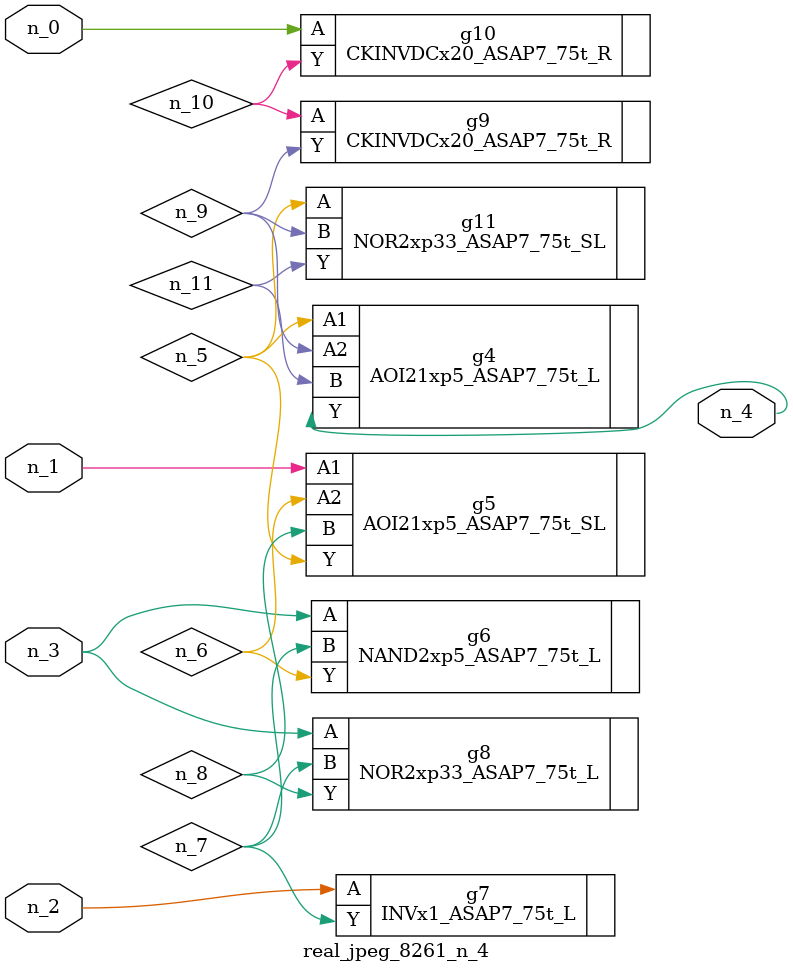
<source format=v>
module real_jpeg_8261_n_4 (n_3, n_1, n_0, n_2, n_4);

input n_3;
input n_1;
input n_0;
input n_2;

output n_4;

wire n_5;
wire n_8;
wire n_11;
wire n_6;
wire n_7;
wire n_10;
wire n_9;

CKINVDCx20_ASAP7_75t_R g10 ( 
.A(n_0),
.Y(n_10)
);

AOI21xp5_ASAP7_75t_SL g5 ( 
.A1(n_1),
.A2(n_6),
.B(n_8),
.Y(n_5)
);

INVx1_ASAP7_75t_L g7 ( 
.A(n_2),
.Y(n_7)
);

NAND2xp5_ASAP7_75t_L g6 ( 
.A(n_3),
.B(n_7),
.Y(n_6)
);

NOR2xp33_ASAP7_75t_L g8 ( 
.A(n_3),
.B(n_7),
.Y(n_8)
);

AOI21xp5_ASAP7_75t_L g4 ( 
.A1(n_5),
.A2(n_9),
.B(n_11),
.Y(n_4)
);

NOR2xp33_ASAP7_75t_SL g11 ( 
.A(n_5),
.B(n_9),
.Y(n_11)
);

CKINVDCx20_ASAP7_75t_R g9 ( 
.A(n_10),
.Y(n_9)
);


endmodule
</source>
